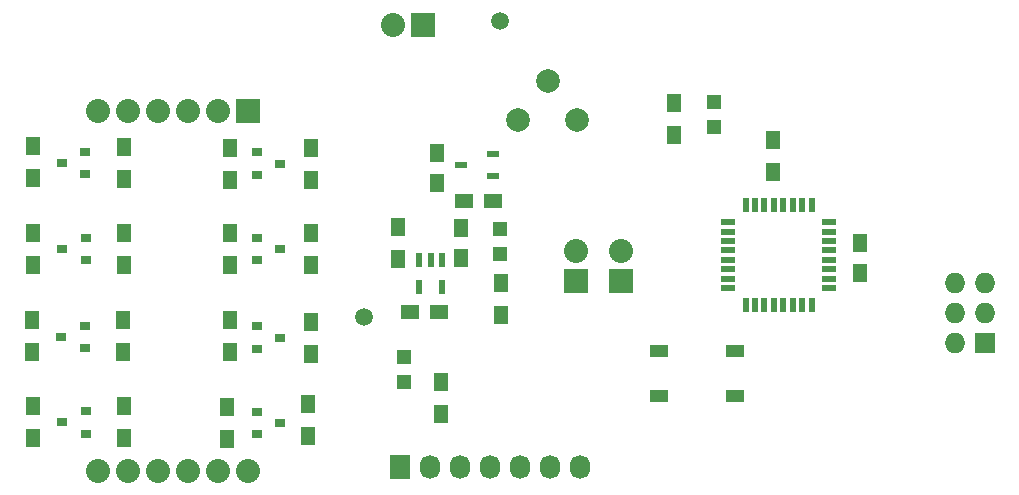
<source format=gts>
G04 #@! TF.FileFunction,Soldermask,Top*
%FSLAX46Y46*%
G04 Gerber Fmt 4.6, Leading zero omitted, Abs format (unit mm)*
G04 Created by KiCad (PCBNEW 4.0.0-2.201512072331+6194~38~ubuntu14.04.1-stable) date Sun 31 Jul 2016 10:05:07 AM CEST*
%MOMM*%
G01*
G04 APERTURE LIST*
%ADD10C,0.100000*%
%ADD11R,1.727200X1.727200*%
%ADD12O,1.727200X1.727200*%
%ADD13R,1.250000X1.500000*%
%ADD14R,1.500000X1.250000*%
%ADD15R,1.200000X0.600000*%
%ADD16R,0.600000X1.200000*%
%ADD17R,2.032000X2.032000*%
%ADD18O,2.032000X2.032000*%
%ADD19R,0.900000X0.800000*%
%ADD20R,1.300000X1.500000*%
%ADD21C,2.000000*%
%ADD22R,1.000000X0.600000*%
%ADD23C,2.032000*%
%ADD24R,1.198880X1.198880*%
%ADD25R,1.600000X1.000000*%
%ADD26C,1.500000*%
%ADD27R,1.727200X2.032000*%
%ADD28O,1.727200X2.032000*%
G04 APERTURE END LIST*
D10*
D11*
X196037200Y-94335600D03*
D12*
X193497200Y-94335600D03*
X196037200Y-91795600D03*
X193497200Y-91795600D03*
X196037200Y-89255600D03*
X193497200Y-89255600D03*
D13*
X151638000Y-84602000D03*
X151638000Y-87102000D03*
X149606000Y-78252000D03*
X149606000Y-80752000D03*
D14*
X154412000Y-82296000D03*
X151912000Y-82296000D03*
X149840000Y-91694000D03*
X147340000Y-91694000D03*
D13*
X185420000Y-88372000D03*
X185420000Y-85872000D03*
D15*
X174312000Y-84068000D03*
X174312000Y-84868000D03*
X174312000Y-85668000D03*
X174312000Y-86468000D03*
X174312000Y-87268000D03*
X174312000Y-88068000D03*
X174312000Y-88868000D03*
X174312000Y-89668000D03*
D16*
X175762000Y-91118000D03*
X176562000Y-91118000D03*
X177362000Y-91118000D03*
X178162000Y-91118000D03*
X178962000Y-91118000D03*
X179762000Y-91118000D03*
X180562000Y-91118000D03*
X181362000Y-91118000D03*
D15*
X182812000Y-89668000D03*
X182812000Y-88868000D03*
X182812000Y-88068000D03*
X182812000Y-87268000D03*
X182812000Y-86468000D03*
X182812000Y-85668000D03*
X182812000Y-84868000D03*
X182812000Y-84068000D03*
D16*
X181362000Y-82618000D03*
X180562000Y-82618000D03*
X179762000Y-82618000D03*
X178962000Y-82618000D03*
X178162000Y-82618000D03*
X177362000Y-82618000D03*
X176562000Y-82618000D03*
X175762000Y-82618000D03*
D17*
X148488400Y-67360800D03*
D18*
X145948400Y-67360800D03*
D19*
X134381240Y-78171000D03*
X134381240Y-80071000D03*
X136380220Y-79121000D03*
X134381240Y-85410000D03*
X134381240Y-87310000D03*
X136380220Y-86360000D03*
X119872760Y-79994800D03*
X119872760Y-78094800D03*
X117873780Y-79044800D03*
X119796560Y-94726800D03*
X119796560Y-92826800D03*
X117797580Y-93776800D03*
X119923560Y-101965800D03*
X119923560Y-100065800D03*
X117924580Y-101015800D03*
X119923560Y-87310000D03*
X119923560Y-85410000D03*
X117924580Y-86360000D03*
X134381240Y-92903000D03*
X134381240Y-94803000D03*
X136380220Y-93853000D03*
X134381240Y-100142000D03*
X134381240Y-102042000D03*
X136380220Y-101092000D03*
D20*
X146304000Y-87202000D03*
X146304000Y-84502000D03*
X132080000Y-77771000D03*
X132080000Y-80471000D03*
X138938000Y-77771000D03*
X138938000Y-80471000D03*
X132080000Y-85010000D03*
X132080000Y-87710000D03*
X138938000Y-85010000D03*
X138938000Y-87710000D03*
X123139200Y-80394800D03*
X123139200Y-77694800D03*
X115417600Y-80344000D03*
X115417600Y-77644000D03*
X123012200Y-95076000D03*
X123012200Y-92376000D03*
X115341400Y-95025200D03*
X115341400Y-92325200D03*
X123139200Y-102365800D03*
X123139200Y-99665800D03*
X115417600Y-102365800D03*
X115417600Y-99665800D03*
X123139200Y-87710000D03*
X123139200Y-85010000D03*
X115417600Y-87710000D03*
X115417600Y-85010000D03*
X132080000Y-92376000D03*
X132080000Y-95076000D03*
X138938000Y-92503000D03*
X138938000Y-95203000D03*
X131826000Y-99742000D03*
X131826000Y-102442000D03*
X138684000Y-99488000D03*
X138684000Y-102188000D03*
X178054000Y-77136000D03*
X178054000Y-79836000D03*
D17*
X165227000Y-89027000D03*
D18*
X165227000Y-86487000D03*
D21*
X159004000Y-72137000D03*
X156504000Y-75437000D03*
X161504000Y-75437000D03*
D22*
X154385000Y-80198000D03*
X154385000Y-78298000D03*
X151685000Y-79248000D03*
D16*
X150048000Y-87242000D03*
X149098000Y-87242000D03*
X148148000Y-87242000D03*
X148148000Y-89542000D03*
X150048000Y-89542000D03*
D23*
X120904000Y-74676000D03*
X123444000Y-74676000D03*
X125984000Y-74676000D03*
X128524000Y-74676000D03*
X131064000Y-74676000D03*
D17*
X133604000Y-74676000D03*
D23*
X133604000Y-105156000D03*
X131064000Y-105156000D03*
X128524000Y-105156000D03*
X125984000Y-105156000D03*
X123444000Y-105156000D03*
X120904000Y-105156000D03*
D24*
X154940000Y-84675980D03*
X154940000Y-86774020D03*
X146812000Y-95470980D03*
X146812000Y-97569020D03*
X173101000Y-75979020D03*
X173101000Y-73880980D03*
D20*
X155067000Y-89201000D03*
X155067000Y-91901000D03*
X149987000Y-97583000D03*
X149987000Y-100283000D03*
X169672000Y-76661000D03*
X169672000Y-73961000D03*
D25*
X174853200Y-98775600D03*
X168453200Y-98775600D03*
X174853200Y-94975600D03*
X168453200Y-94975600D03*
D26*
X155000000Y-67000000D03*
X143459200Y-92100400D03*
D27*
X146507200Y-104800400D03*
D28*
X149047200Y-104800400D03*
X151587200Y-104800400D03*
X154127200Y-104800400D03*
X156667200Y-104800400D03*
X159207200Y-104800400D03*
X161747200Y-104800400D03*
D17*
X161417000Y-89027000D03*
D18*
X161417000Y-86487000D03*
M02*

</source>
